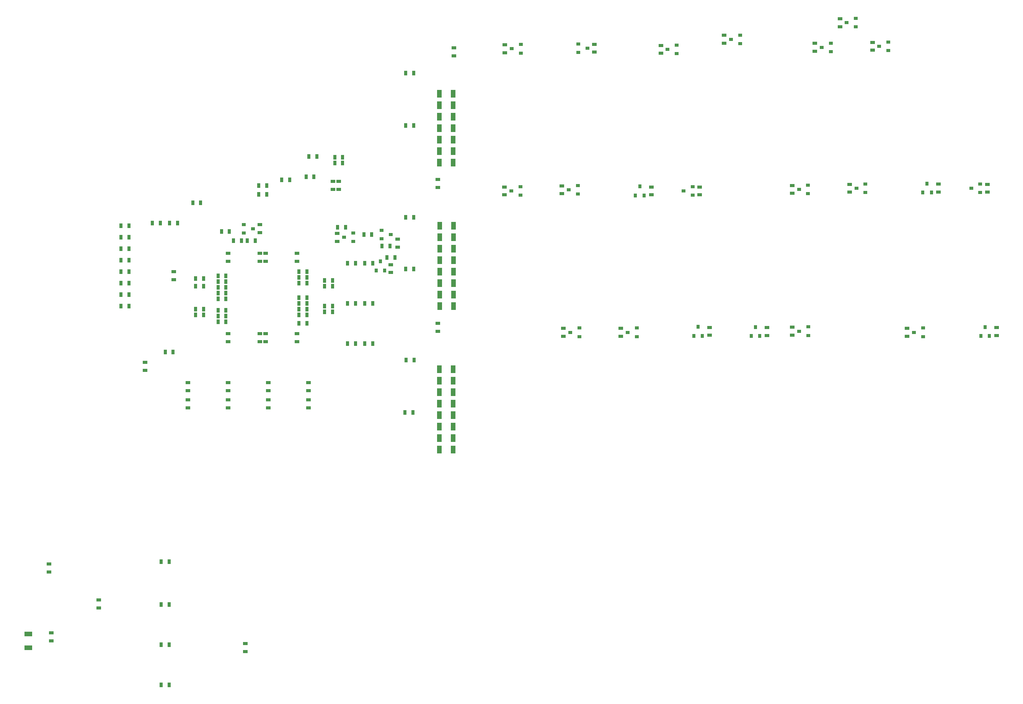
<source format=gbp>
G04 #@! TF.GenerationSoftware,KiCad,Pcbnew,5.0.0-rc2-dev-unknown-c6ef0d5~62~ubuntu17.10.1*
G04 #@! TF.CreationDate,2018-03-22T21:06:56-04:00*
G04 #@! TF.ProjectId,quokka,71756F6B6B612E6B696361645F706362,rev?*
G04 #@! TF.SameCoordinates,PX9936698PY214e9c8*
G04 #@! TF.FileFunction,Paste,Bot*
G04 #@! TF.FilePolarity,Positive*
%FSLAX46Y46*%
G04 Gerber Fmt 4.6, Leading zero omitted, Abs format (unit mm)*
G04 Created by KiCad (PCBNEW 5.0.0-rc2-dev-unknown-c6ef0d5~62~ubuntu17.10.1) date Thu Mar 22 21:06:56 2018*
%MOMM*%
%LPD*%
G01*
G04 APERTURE LIST*
%ADD10R,0.670000X1.000000*%
%ADD11R,1.000000X0.670000*%
%ADD12R,1.800000X1.070000*%
%ADD13R,0.900000X0.800000*%
%ADD14R,0.800000X0.900000*%
%ADD15R,1.070000X1.800000*%
G04 APERTURE END LIST*
D10*
X39610000Y-153035000D03*
X37860000Y-153035000D03*
X44859000Y-46355000D03*
X46609000Y-46355000D03*
X51209000Y-52705000D03*
X52959000Y-52705000D03*
D11*
X34290000Y-81675000D03*
X34290000Y-83425000D03*
D10*
X40513000Y-79375000D03*
X38763000Y-79375000D03*
X50449000Y-66307000D03*
X52199000Y-66307000D03*
X50449000Y-72657000D03*
X52199000Y-72657000D03*
X52199000Y-67577000D03*
X50449000Y-67577000D03*
X50449000Y-62496800D03*
X52199000Y-62496800D03*
D11*
X60960000Y-57545000D03*
X60960000Y-59295000D03*
X52705000Y-59295000D03*
X52705000Y-57545000D03*
X59690000Y-57545000D03*
X59690000Y-59295000D03*
X67945000Y-59295000D03*
X67945000Y-57545000D03*
D10*
X70090000Y-68580000D03*
X68340000Y-68580000D03*
X68340000Y-73025000D03*
X70090000Y-73025000D03*
X70090000Y-67310000D03*
X68340000Y-67310000D03*
X68340000Y-61595000D03*
X70090000Y-61595000D03*
D11*
X59690000Y-77075000D03*
X59690000Y-75325000D03*
X60960000Y-77075000D03*
X60960000Y-75325000D03*
X67945000Y-77075000D03*
X67945000Y-75325000D03*
X52705000Y-75325000D03*
X52705000Y-77075000D03*
D10*
X52199000Y-71387000D03*
X50449000Y-71387000D03*
X50449000Y-70117000D03*
X52199000Y-70117000D03*
X52199000Y-65036800D03*
X50449000Y-65036800D03*
X50449000Y-63766800D03*
X52199000Y-63766800D03*
X68340000Y-64092000D03*
X70090000Y-64092000D03*
X70090000Y-62822000D03*
X68340000Y-62822000D03*
X68340000Y-71120000D03*
X70090000Y-71120000D03*
X70090000Y-69850000D03*
X68340000Y-69850000D03*
X45480000Y-71120000D03*
X47230000Y-71120000D03*
X47230000Y-69850000D03*
X45480000Y-69850000D03*
X45480000Y-64770000D03*
X47230000Y-64770000D03*
X47230000Y-63131800D03*
X45480000Y-63131800D03*
X75805000Y-70485000D03*
X74055000Y-70485000D03*
X74055000Y-69215000D03*
X75805000Y-69215000D03*
X75805000Y-64770000D03*
X74055000Y-64770000D03*
X74055000Y-63500000D03*
X75805000Y-63500000D03*
X76265000Y-36247500D03*
X78015000Y-36247500D03*
D11*
X77140000Y-43343800D03*
X77140000Y-41593800D03*
D10*
X72300000Y-36118800D03*
X70550000Y-36118800D03*
X76265000Y-37517500D03*
X78015000Y-37517500D03*
X69915000Y-40563800D03*
X71665000Y-40563800D03*
D11*
X75870000Y-43343800D03*
X75870000Y-41593800D03*
D10*
X35955000Y-50800000D03*
X37705000Y-50800000D03*
X39765000Y-50800000D03*
X41515000Y-50800000D03*
D11*
X99060000Y-41162000D03*
X99060000Y-42912000D03*
D10*
X93712000Y-49530000D03*
X91962000Y-49530000D03*
X91962000Y-60960000D03*
X93712000Y-60960000D03*
D11*
X99060000Y-73039000D03*
X99060000Y-74789000D03*
D10*
X93585000Y-92710000D03*
X91835000Y-92710000D03*
X93839000Y-81153000D03*
X92089000Y-81153000D03*
D11*
X102616000Y-12079000D03*
X102616000Y-13829000D03*
D10*
X91962000Y-29210000D03*
X93712000Y-29210000D03*
X93712000Y-17653000D03*
X91962000Y-17653000D03*
D11*
X56515000Y-145655000D03*
X56515000Y-143905000D03*
D10*
X37860000Y-125730000D03*
X39610000Y-125730000D03*
D11*
X13589000Y-143256000D03*
X13589000Y-141506000D03*
D12*
X8509000Y-141751000D03*
X8509000Y-144761000D03*
D10*
X37860000Y-144145000D03*
X39610000Y-144145000D03*
X39610000Y-135255000D03*
X37860000Y-135255000D03*
D11*
X40640000Y-61595000D03*
X40640000Y-63345000D03*
X61595000Y-91680000D03*
X61595000Y-89930000D03*
D10*
X82945000Y-59690000D03*
X84695000Y-59690000D03*
D11*
X43815000Y-91680000D03*
X43815000Y-89930000D03*
X70485000Y-91680000D03*
X70485000Y-89930000D03*
D10*
X82945000Y-77470000D03*
X84695000Y-77470000D03*
X84695000Y-68580000D03*
X82945000Y-68580000D03*
D11*
X52705000Y-89930000D03*
X52705000Y-91680000D03*
X61595000Y-87870000D03*
X61595000Y-86120000D03*
D10*
X79135000Y-59690000D03*
X80885000Y-59690000D03*
D11*
X43815000Y-87870000D03*
X43815000Y-86120000D03*
X70485000Y-87870000D03*
X70485000Y-86120000D03*
D10*
X79135000Y-77470000D03*
X80885000Y-77470000D03*
X80885000Y-68580000D03*
X79135000Y-68580000D03*
D11*
X52705000Y-86120000D03*
X52705000Y-87870000D03*
D10*
X59450000Y-44450000D03*
X61200000Y-44450000D03*
D13*
X155453000Y-42750600D03*
X155453000Y-44650600D03*
X153453000Y-43700600D03*
X128053000Y-43446600D03*
X130053000Y-44396600D03*
X130053000Y-42496600D03*
X193689000Y-42176200D03*
X193689000Y-44076200D03*
X191689000Y-43126200D03*
X217089000Y-43126200D03*
X219089000Y-44076200D03*
X219089000Y-42176200D03*
D14*
X143751000Y-42709300D03*
X142801000Y-44709300D03*
X144701000Y-44709300D03*
D13*
X117353000Y-42750600D03*
X117353000Y-44650600D03*
X115353000Y-43700600D03*
X178989000Y-43380200D03*
X180989000Y-44330200D03*
X180989000Y-42430200D03*
D14*
X207318000Y-42082700D03*
X206368000Y-44082700D03*
X208268000Y-44082700D03*
X221095000Y-75838000D03*
X219195000Y-75838000D03*
X220145000Y-73838000D03*
D13*
X178994000Y-74749000D03*
X180994000Y-75699000D03*
X180994000Y-73799000D03*
X128394000Y-74997000D03*
X130394000Y-75947000D03*
X130394000Y-74047000D03*
D14*
X157601000Y-75784000D03*
X155701000Y-75784000D03*
X156651000Y-73784000D03*
D13*
X204394000Y-75003000D03*
X206394000Y-75953000D03*
X206394000Y-74053000D03*
D14*
X170295000Y-75838000D03*
X168395000Y-75838000D03*
X169345000Y-73838000D03*
D13*
X141094000Y-74997000D03*
X143094000Y-75947000D03*
X143094000Y-74047000D03*
X165971000Y-9208900D03*
X165971000Y-11108900D03*
X163971000Y-10158900D03*
X198737000Y-10732900D03*
X198737000Y-12632900D03*
X196737000Y-11682900D03*
X130191000Y-13081300D03*
X130191000Y-11181300D03*
X132191000Y-12131300D03*
X149876000Y-12379700D03*
X151876000Y-13329700D03*
X151876000Y-11429700D03*
X184037000Y-11936900D03*
X186037000Y-12886900D03*
X186037000Y-10986900D03*
X115459000Y-12252700D03*
X117459000Y-13202700D03*
X117459000Y-11302700D03*
X189498000Y-6475900D03*
X191498000Y-7425900D03*
X191498000Y-5525900D03*
X56150000Y-53020000D03*
X56150000Y-51120000D03*
X58150000Y-52070000D03*
X88630000Y-53340000D03*
X86630000Y-52390000D03*
X86630000Y-54290000D03*
D14*
X87310000Y-61325000D03*
X85410000Y-61325000D03*
X86360000Y-59325000D03*
D13*
X80375000Y-53025000D03*
X80375000Y-54925000D03*
X78375000Y-53975000D03*
D10*
X30720000Y-51435000D03*
X28970000Y-51435000D03*
X28970000Y-53975000D03*
X30720000Y-53975000D03*
X28970000Y-56515000D03*
X30720000Y-56515000D03*
X30720000Y-59055000D03*
X28970000Y-59055000D03*
X28970000Y-61595000D03*
X30720000Y-61595000D03*
X30720000Y-64135000D03*
X28970000Y-64135000D03*
X28970000Y-66675000D03*
X30720000Y-66675000D03*
X30720000Y-69215000D03*
X28970000Y-69215000D03*
D11*
X156993000Y-42825600D03*
X156993000Y-44575600D03*
X126513000Y-44321600D03*
X126513000Y-42571600D03*
X190149000Y-44001200D03*
X190149000Y-42251200D03*
X220629000Y-44001200D03*
X220629000Y-42251200D03*
X146291000Y-42834300D03*
X146291000Y-44584300D03*
X113813000Y-42825600D03*
X113813000Y-44575600D03*
X177449000Y-42505200D03*
X177449000Y-44255200D03*
X209858000Y-43957700D03*
X209858000Y-42207700D03*
D15*
X102529000Y-69152000D03*
X99519000Y-69152000D03*
X102529000Y-66612000D03*
X99519000Y-66612000D03*
X102529000Y-64071900D03*
X99519000Y-64071900D03*
X102529000Y-61531900D03*
X99519000Y-61531900D03*
X102529000Y-58991900D03*
X99519000Y-58991900D03*
X102529000Y-53911900D03*
X99519000Y-53911900D03*
X99519000Y-56451900D03*
X102529000Y-56451900D03*
X99519000Y-51371900D03*
X102529000Y-51371900D03*
D11*
X222685000Y-73963000D03*
X222685000Y-75713000D03*
X177454000Y-73874000D03*
X177454000Y-75624000D03*
X126854000Y-75872000D03*
X126854000Y-74122000D03*
X159191000Y-73909000D03*
X159191000Y-75659000D03*
X202854000Y-74128000D03*
X202854000Y-75878000D03*
X171885000Y-73963000D03*
X171885000Y-75713000D03*
X139554000Y-74122000D03*
X139554000Y-75872000D03*
D15*
X99421000Y-100910000D03*
X102431000Y-100910000D03*
X99421000Y-98370000D03*
X102431000Y-98370000D03*
X102431000Y-95830000D03*
X99421000Y-95830000D03*
X99421000Y-93290000D03*
X102431000Y-93290000D03*
X99421000Y-90750000D03*
X102431000Y-90750000D03*
X102431000Y-85670000D03*
X99421000Y-85670000D03*
X99421000Y-88210000D03*
X102431000Y-88210000D03*
X99421000Y-83130000D03*
X102431000Y-83130000D03*
D11*
X162431000Y-9283900D03*
X162431000Y-11033900D03*
X195275000Y-12584400D03*
X195275000Y-10834400D03*
X133731000Y-11256300D03*
X133731000Y-13006300D03*
X148412000Y-13254700D03*
X148412000Y-11504700D03*
X182497000Y-11061900D03*
X182497000Y-12811900D03*
X113919000Y-13127700D03*
X113919000Y-11377700D03*
X188036000Y-5602000D03*
X188036000Y-7352000D03*
D15*
X99449000Y-37472800D03*
X102459000Y-37472800D03*
X99449000Y-34932800D03*
X102459000Y-34932800D03*
X99449000Y-32392800D03*
X102459000Y-32392800D03*
X99449000Y-29852800D03*
X102459000Y-29852800D03*
X102459000Y-27312800D03*
X99449000Y-27312800D03*
X99449000Y-22232800D03*
X102459000Y-22232800D03*
X99449000Y-24772800D03*
X102459000Y-24772800D03*
D11*
X13081000Y-126252000D03*
X13081000Y-128002000D03*
X24037000Y-135976000D03*
X24037000Y-134226000D03*
D10*
X55612000Y-54737000D03*
X53862000Y-54737000D03*
D11*
X59690000Y-51195000D03*
X59690000Y-52945000D03*
D10*
X58660000Y-54737000D03*
X56910000Y-54737000D03*
D11*
X90170000Y-54370000D03*
X90170000Y-56120000D03*
D10*
X86755000Y-55880000D03*
X88505000Y-55880000D03*
X89568000Y-58420000D03*
X87818000Y-58420000D03*
D11*
X88693000Y-61761700D03*
X88693000Y-60011700D03*
X76835000Y-53100000D03*
X76835000Y-54850000D03*
D10*
X76902000Y-51737500D03*
X78652000Y-51737500D03*
X84455000Y-53340000D03*
X82705000Y-53340000D03*
X59450000Y-42545000D03*
X61200000Y-42545000D03*
X66280000Y-41275000D03*
X64530000Y-41275000D03*
M02*

</source>
